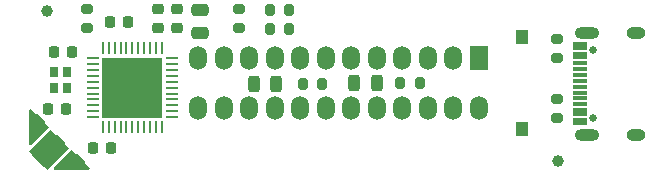
<source format=gbr>
%TF.GenerationSoftware,KiCad,Pcbnew,8.0.4*%
%TF.CreationDate,2024-08-18T12:20:09-07:00*%
%TF.ProjectId,xyp-gpib,7879702d-6770-4696-922e-6b696361645f,2.1*%
%TF.SameCoordinates,Original*%
%TF.FileFunction,Soldermask,Top*%
%TF.FilePolarity,Negative*%
%FSLAX46Y46*%
G04 Gerber Fmt 4.6, Leading zero omitted, Abs format (unit mm)*
G04 Created by KiCad (PCBNEW 8.0.4) date 2024-08-18 12:20:09*
%MOMM*%
%LPD*%
G01*
G04 APERTURE LIST*
G04 Aperture macros list*
%AMRoundRect*
0 Rectangle with rounded corners*
0 $1 Rounding radius*
0 $2 $3 $4 $5 $6 $7 $8 $9 X,Y pos of 4 corners*
0 Add a 4 corners polygon primitive as box body*
4,1,4,$2,$3,$4,$5,$6,$7,$8,$9,$2,$3,0*
0 Add four circle primitives for the rounded corners*
1,1,$1+$1,$2,$3*
1,1,$1+$1,$4,$5*
1,1,$1+$1,$6,$7*
1,1,$1+$1,$8,$9*
0 Add four rect primitives between the rounded corners*
20,1,$1+$1,$2,$3,$4,$5,0*
20,1,$1+$1,$4,$5,$6,$7,0*
20,1,$1+$1,$6,$7,$8,$9,0*
20,1,$1+$1,$8,$9,$2,$3,0*%
%AMFreePoly0*
4,1,19,0.376977,1.035496,0.413304,0.985496,0.418199,0.954594,0.418198,0.500000,0.500000,0.500000,0.500000,-0.500000,0.418198,-0.499999,0.418198,-1.081873,0.399100,-1.140652,0.349100,-1.176979,0.287296,-1.176979,0.247487,-1.152584,-1.788980,0.883883,-1.817038,0.938952,-1.807370,0.999993,-1.763668,1.043695,-1.718269,1.054594,0.318198,1.054595,0.376977,1.035496,0.376977,1.035496,
$1*%
%AMFreePoly1*
4,1,23,0.376977,1.162775,0.413304,1.112775,0.418198,1.081873,0.418198,0.499999,0.500000,0.500000,0.500000,-0.500000,0.418198,-0.500000,0.418199,-0.954594,0.399100,-1.013373,0.349100,-1.049700,0.318198,-1.054595,-2.100106,-1.054594,-2.158886,-1.035496,-2.195213,-0.985496,-2.199965,-0.959926,-2.252291,0.020124,-2.252311,0.030403,-2.199985,1.086820,-2.178002,1.144582,-2.126266,1.178391,
-2.100106,1.181873,0.318198,1.181872,0.376977,1.162775,0.376977,1.162775,$1*%
%AMFreePoly2*
4,1,19,0.363597,1.170974,0.407299,1.127272,0.418198,1.081873,0.418198,0.499999,0.500000,0.500000,0.500000,-0.500000,0.418198,-0.500000,0.418199,-0.954594,0.399100,-1.013373,0.349100,-1.049700,0.318198,-1.054595,-1.718269,-1.054594,-1.777048,-1.035496,-1.813375,-0.985496,-1.813375,-0.923692,-1.788980,-0.883883,0.247487,1.152584,0.302555,1.180642,0.363597,1.170974,0.363597,1.170974,
$1*%
G04 Aperture macros list end*
%ADD10RoundRect,0.062500X-0.062500X0.475000X-0.062500X-0.475000X0.062500X-0.475000X0.062500X0.475000X0*%
%ADD11RoundRect,0.062500X-0.475000X0.062500X-0.475000X-0.062500X0.475000X-0.062500X0.475000X0.062500X0*%
%ADD12R,5.200000X5.200000*%
%ADD13R,1.500000X2.000000*%
%ADD14O,1.500000X2.000000*%
%ADD15RoundRect,0.250000X0.475000X-0.250000X0.475000X0.250000X-0.475000X0.250000X-0.475000X-0.250000X0*%
%ADD16RoundRect,0.225000X0.250000X-0.225000X0.250000X0.225000X-0.250000X0.225000X-0.250000X-0.225000X0*%
%ADD17RoundRect,0.225000X0.225000X0.250000X-0.225000X0.250000X-0.225000X-0.250000X0.225000X-0.250000X0*%
%ADD18RoundRect,0.243750X0.243750X0.456250X-0.243750X0.456250X-0.243750X-0.456250X0.243750X-0.456250X0*%
%ADD19RoundRect,0.200000X-0.275000X0.200000X-0.275000X-0.200000X0.275000X-0.200000X0.275000X0.200000X0*%
%ADD20RoundRect,0.200000X-0.200000X-0.275000X0.200000X-0.275000X0.200000X0.275000X-0.200000X0.275000X0*%
%ADD21RoundRect,0.200000X0.275000X-0.200000X0.275000X0.200000X-0.275000X0.200000X-0.275000X-0.200000X0*%
%ADD22FreePoly0,45.000000*%
%ADD23FreePoly1,45.000000*%
%ADD24FreePoly2,45.000000*%
%ADD25RoundRect,0.225000X-0.225000X-0.250000X0.225000X-0.250000X0.225000X0.250000X-0.225000X0.250000X0*%
%ADD26R,0.800000X0.900000*%
%ADD27C,1.000000*%
%ADD28C,0.650000*%
%ADD29R,1.150000X0.300000*%
%ADD30O,2.100000X1.000000*%
%ADD31O,1.600000X1.000000*%
%ADD32R,1.000000X1.250000*%
G04 APERTURE END LIST*
D10*
%TO.C,U1*%
X191349000Y-79593500D03*
X190849000Y-79593500D03*
X190349000Y-79593500D03*
X189849000Y-79593500D03*
X189349000Y-79593500D03*
X188849000Y-79593500D03*
X188349000Y-79593500D03*
X187849000Y-79593500D03*
X187349000Y-79593500D03*
X186849000Y-79593500D03*
X186349000Y-79593500D03*
D11*
X185511500Y-80431000D03*
X185511500Y-80931000D03*
X185511500Y-81431000D03*
X185511500Y-81931000D03*
X185511500Y-82431000D03*
X185511500Y-82931000D03*
X185511500Y-83431000D03*
X185511500Y-83931000D03*
X185511500Y-84431000D03*
X185511500Y-84931000D03*
X185511500Y-85431000D03*
D10*
X186349000Y-86268500D03*
X186849000Y-86268500D03*
X187349000Y-86268500D03*
X187849000Y-86268500D03*
X188349000Y-86268500D03*
X188849000Y-86268500D03*
X189349000Y-86268500D03*
X189849000Y-86268500D03*
X190349000Y-86268500D03*
X190849000Y-86268500D03*
X191349000Y-86268500D03*
D11*
X192186500Y-85431000D03*
X192186500Y-84931000D03*
X192186500Y-84431000D03*
X192186500Y-83931000D03*
X192186500Y-83431000D03*
X192186500Y-82931000D03*
X192186500Y-82431000D03*
X192186500Y-81931000D03*
X192186500Y-81431000D03*
X192186500Y-80931000D03*
X192186500Y-80431000D03*
D12*
X188849000Y-82931000D03*
%TD*%
D13*
%TO.C,GPIB1*%
X218194000Y-80405000D03*
D14*
X216034000Y-80405000D03*
X213874000Y-80405000D03*
X211714000Y-80405000D03*
X209554000Y-80405000D03*
X207394000Y-80405000D03*
X205234000Y-80405000D03*
X203074000Y-80405000D03*
X200914000Y-80405000D03*
X198754000Y-80405000D03*
X196594000Y-80405000D03*
X194434000Y-80405000D03*
X218194000Y-84695000D03*
X216034000Y-84695000D03*
X213874000Y-84695000D03*
X211714000Y-84695000D03*
X209554000Y-84695000D03*
X207394000Y-84695000D03*
X205234000Y-84695000D03*
X203074000Y-84695000D03*
X200914000Y-84695000D03*
X198754000Y-84695000D03*
X196594000Y-84695000D03*
X194434000Y-84695000D03*
%TD*%
D15*
%TO.C,C1*%
X194564000Y-78293000D03*
X194564000Y-76393000D03*
%TD*%
D16*
%TO.C,C2*%
X191008000Y-77864000D03*
X191008000Y-76314000D03*
%TD*%
D17*
%TO.C,C7*%
X188481000Y-77343000D03*
X186931000Y-77343000D03*
%TD*%
D18*
%TO.C,D1*%
X200987900Y-82600800D03*
X199112900Y-82600800D03*
%TD*%
D19*
%TO.C,R1*%
X185039000Y-76264000D03*
X185039000Y-77914000D03*
%TD*%
D20*
%TO.C,R2*%
X200470000Y-77978000D03*
X202120000Y-77978000D03*
%TD*%
%TO.C,R3*%
X200470000Y-76327000D03*
X202120000Y-76327000D03*
%TD*%
%TO.C,R4*%
X203289400Y-82600800D03*
X204939400Y-82600800D03*
%TD*%
D21*
%TO.C,R5*%
X197866000Y-77914000D03*
X197866000Y-76264000D03*
%TD*%
D22*
%TO.C,ISP1*%
X184121200Y-89210800D03*
D23*
X182501200Y-87590800D03*
D24*
X180791200Y-85880800D03*
%TD*%
D25*
%TO.C,C5*%
X182232000Y-79883000D03*
X183782000Y-79883000D03*
%TD*%
D17*
%TO.C,C6*%
X183274000Y-84709000D03*
X181724000Y-84709000D03*
%TD*%
D26*
%TO.C,Y1*%
X182203000Y-81596000D03*
X182203000Y-82996000D03*
X183303000Y-82996000D03*
X183303000Y-81596000D03*
%TD*%
D16*
%TO.C,C3*%
X192659000Y-77864000D03*
X192659000Y-76314000D03*
%TD*%
D17*
%TO.C,C4*%
X187084000Y-88011000D03*
X185534000Y-88011000D03*
%TD*%
D27*
%TO.C,FID1*%
X224891600Y-89154000D03*
%TD*%
%TO.C,FID2*%
X181610000Y-76403200D03*
%TD*%
D28*
%TO.C,J1*%
X227836200Y-85486800D03*
X227836200Y-79706800D03*
D29*
X226771200Y-85946800D03*
X226771200Y-85146800D03*
X226771200Y-83846800D03*
X226771200Y-82846800D03*
X226771200Y-82346800D03*
X226771200Y-81346800D03*
X226771200Y-80046800D03*
X226771200Y-79246800D03*
X226771200Y-79546800D03*
X226771200Y-80346800D03*
X226771200Y-80846800D03*
X226771200Y-81846800D03*
X226771200Y-83346800D03*
X226771200Y-84346800D03*
X226771200Y-84846800D03*
X226771200Y-85646800D03*
D30*
X227336200Y-86916800D03*
D31*
X231516200Y-86916800D03*
D30*
X227336200Y-78276800D03*
D31*
X231516200Y-78276800D03*
%TD*%
D20*
%TO.C,R6*%
X211519000Y-82550000D03*
X213169000Y-82550000D03*
%TD*%
D18*
%TO.C,D2*%
X209522300Y-82550000D03*
X207647300Y-82550000D03*
%TD*%
D32*
%TO.C,SW1*%
X221869000Y-78675000D03*
X221869000Y-86425000D03*
%TD*%
D19*
%TO.C,R7*%
X224840800Y-83858600D03*
X224840800Y-85508600D03*
%TD*%
%TO.C,R8*%
X224840800Y-78778600D03*
X224840800Y-80428600D03*
%TD*%
M02*

</source>
